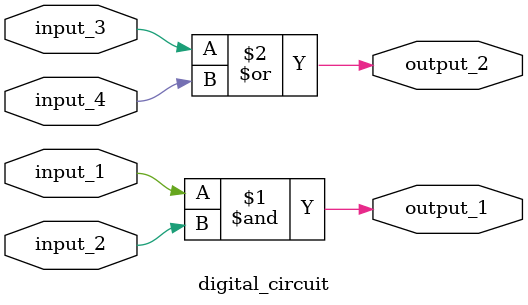
<source format=v>

module digital_circuit (
    input input_1,
    input input_2,    
    input input_3,    
    input input_4,    
    output output_1,    
    output output_2    
);

    // Implement output_1 as the AND of input_1 and input_2
    assign output_1 = input_1 & input_2;
    
    // Implement output_2 as the OR of input_3 and input_4
    assign output_2 = input_3 | input_4;
    
endmodule

</source>
